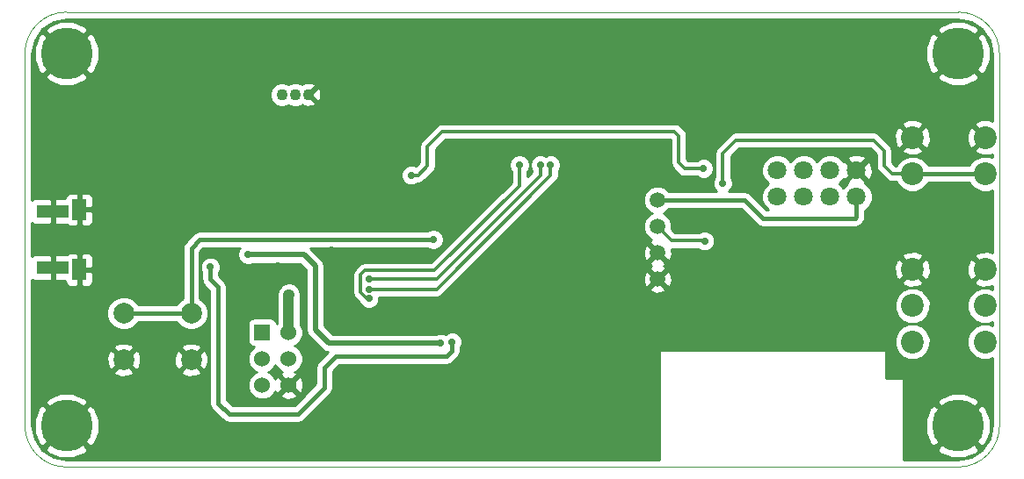
<source format=gbl>
G04 #@! TF.FileFunction,Copper,L2,Bot,Signal*
%FSLAX46Y46*%
G04 Gerber Fmt 4.6, Leading zero omitted, Abs format (unit mm)*
G04 Created by KiCad (PCBNEW (2015-01-16 BZR 5376)-product) date 22/05/2015 17:40:37*
%MOMM*%
G01*
G04 APERTURE LIST*
%ADD10C,0.150000*%
%ADD11C,0.100000*%
%ADD12C,1.800000*%
%ADD13R,1.460000X2.000000*%
%ADD14R,3.150000X1.300000*%
%ADD15R,1.524000X1.524000*%
%ADD16C,1.524000*%
%ADD17C,2.200000*%
%ADD18C,1.100000*%
%ADD19C,2.000000*%
%ADD20C,1.500000*%
%ADD21C,5.000000*%
%ADD22C,0.700000*%
%ADD23C,0.300000*%
%ADD24C,0.400000*%
%ADD25C,1.000000*%
%ADD26C,0.500000*%
%ADD27C,0.254000*%
G04 APERTURE END LIST*
D10*
D11*
X79767400Y39916100D02*
X-6110000Y39916100D01*
X83767900Y35915600D02*
G75*
G03X79767400Y39916100I-4000500J0D01*
G01*
X83767900Y0D02*
X83767900Y35915600D01*
X79767400Y-4000500D02*
G75*
G03X83767900Y0I0J4000500D01*
G01*
X-6110000Y-4000500D02*
X79767400Y-4000500D01*
X-10110500Y0D02*
G75*
G03X-6110000Y-4000500I4000500J0D01*
G01*
X-10110500Y35915600D02*
X-10110500Y0D01*
X-6110000Y39916100D02*
G75*
G03X-10110500Y35915600I0J-4000500D01*
G01*
D12*
X69991618Y24634018D03*
X69991618Y22094018D03*
X67451618Y24634018D03*
X67451618Y22094018D03*
X64911618Y24634018D03*
X64911618Y22094018D03*
X62371618Y24634018D03*
X62371618Y22094018D03*
D13*
X-4873962Y20855278D03*
X-4873962Y15055278D03*
D14*
X-7428962Y20680278D03*
X-7428962Y15230278D03*
D15*
X12758718Y8997818D03*
D16*
X15298718Y8997818D03*
X12758718Y6457818D03*
X15298718Y6457818D03*
X12758718Y3917818D03*
X15298718Y3917818D03*
D17*
X82374118Y8091118D03*
X82374118Y11591118D03*
X82374118Y15091118D03*
X75374118Y8091118D03*
X75374118Y11591118D03*
X75374118Y15091118D03*
X82383008Y24310228D03*
X82383008Y27810228D03*
X75383008Y24310228D03*
X75383008Y27810228D03*
D18*
X17228718Y31957818D03*
X15928718Y31957818D03*
X14628718Y31957818D03*
D19*
X5906726Y10848998D03*
X5906726Y6348998D03*
X-593274Y6348998D03*
X-593274Y10848998D03*
D20*
X50828718Y21767818D03*
X50828718Y19227818D03*
X50828718Y16687818D03*
X50828718Y14147818D03*
D21*
X-6110000Y35915600D03*
X-6110000Y0D03*
X79767400Y0D03*
X79767400Y35915600D03*
D22*
X55241838Y24819438D03*
X27096098Y24161578D03*
X15328718Y12657818D03*
X55362488Y17819198D03*
X7741298Y15319838D03*
X31043258Y8080838D03*
X29928718Y7957818D03*
X11360798Y16516178D03*
X37528718Y25157818D03*
X23028718Y12257818D03*
X23028718Y13157818D03*
X40528718Y25157818D03*
X23028718Y14157818D03*
X39528718Y25157818D03*
X29222078Y17956358D03*
X57108738Y23397038D03*
X18428718Y25257818D03*
X281318Y18004618D03*
X57928718Y29357818D03*
X58828718Y19657818D03*
X50378718Y26457818D03*
X39128718Y17657818D03*
X38828718Y20257818D03*
X18428718Y30557818D03*
X14328718Y23657818D03*
X35028718Y10457818D03*
X19428718Y16957818D03*
X33428718Y11957818D03*
X29128718Y2157818D03*
X24928718Y11757818D03*
X30428718Y26457818D03*
X29228718Y20357818D03*
X23728718Y26457818D03*
X22228718Y26457818D03*
X23228718Y20557818D03*
X20728718Y26457818D03*
X14228718Y15457818D03*
D23*
X50636818Y28393218D02*
X52450378Y28393218D01*
X53446058Y24819438D02*
X55241838Y24819438D01*
X52859318Y25406178D02*
X53446058Y24819438D01*
X52859318Y27984278D02*
X52859318Y25406178D01*
X52450378Y28393218D02*
X52859318Y27984278D01*
X27096098Y24161578D02*
X27771738Y24161578D01*
X30100918Y28393218D02*
X50636818Y28393218D01*
X50636818Y28393218D02*
X50649518Y28393218D01*
X28678518Y26970818D02*
X30100918Y28393218D01*
X28678518Y25068358D02*
X28678518Y26970818D01*
X27771738Y24161578D02*
X28678518Y25068358D01*
X27078318Y24143798D02*
X27060538Y24143798D01*
X27096098Y24161578D02*
X27078318Y24143798D01*
D24*
X69991618Y22094018D02*
X69991618Y20153458D01*
X59182458Y21767818D02*
X50828718Y21767818D01*
X60949218Y20001058D02*
X59182458Y21767818D01*
X69839218Y20001058D02*
X60949218Y20001058D01*
X69991618Y20153458D02*
X69839218Y20001058D01*
D25*
X15298718Y8997818D02*
X15298718Y12627818D01*
X15298718Y12627818D02*
X15328718Y12657818D01*
D23*
X52214478Y17842058D02*
X50828718Y19227818D01*
X55385348Y17842058D02*
X52214478Y17842058D01*
X55362488Y17819198D02*
X55385348Y17842058D01*
D24*
X7733678Y14133658D02*
X7741298Y15319838D01*
X8515998Y13351338D02*
X7733678Y14133658D01*
X8515998Y2162638D02*
X8515998Y13351338D01*
X9577718Y1100918D02*
X8515998Y2162638D01*
X16169018Y1100918D02*
X9577718Y1100918D01*
X18759818Y3691718D02*
X16169018Y1100918D01*
X18759818Y5596718D02*
X18759818Y3691718D01*
X19864718Y6701618D02*
X18759818Y5596718D01*
X30494618Y6701618D02*
X19864718Y6701618D01*
X31028018Y7235018D02*
X30494618Y6701618D01*
X31028018Y8065598D02*
X31028018Y7235018D01*
X31043258Y8080838D02*
X31028018Y8065598D01*
D26*
X29928718Y7957818D02*
X19172398Y7957818D01*
X19172398Y7957818D02*
X17850498Y9279718D01*
X17850498Y9279718D02*
X17850498Y15413818D01*
X17850498Y15413818D02*
X16748138Y16516178D01*
X16748138Y16516178D02*
X11360798Y16516178D01*
D23*
X37528718Y23157818D02*
X37528718Y25157818D01*
X22828718Y12257818D02*
X22228718Y12857818D01*
X22228718Y12857818D02*
X22228718Y14557818D01*
X22228718Y14557818D02*
X22628718Y14957818D01*
X22628718Y14957818D02*
X29328718Y14957818D01*
X29328718Y14957818D02*
X37528718Y23157818D01*
X23028718Y12257818D02*
X22828718Y12257818D01*
X40528718Y25157818D02*
X40528718Y24157818D01*
X29528718Y13157818D02*
X40528718Y24157818D01*
X23028718Y13157818D02*
X29528718Y13157818D01*
X39528718Y25157818D02*
X39528718Y24157818D01*
X29528718Y14157818D02*
X39528718Y24157818D01*
X23028718Y14157818D02*
X29528718Y14157818D01*
D24*
X-593274Y10848998D02*
X5906726Y10848998D01*
X6735458Y17956358D02*
X5906726Y17127626D01*
X5906726Y17127626D02*
X5906726Y10848998D01*
X29222078Y17956358D02*
X6735458Y17956358D01*
D23*
X57108738Y23397038D02*
X57108738Y26292638D01*
X73452308Y24310228D02*
X75383008Y24310228D01*
X72645918Y25116618D02*
X73452308Y24310228D01*
X72645918Y26539018D02*
X72645918Y25116618D01*
X71629918Y27555018D02*
X72645918Y26539018D01*
X58371118Y27555018D02*
X71629918Y27555018D01*
X57108738Y26292638D02*
X58371118Y27555018D01*
X57108738Y23397038D02*
X57202718Y23397038D01*
D24*
X82383008Y24310228D02*
X75383008Y24310228D01*
D26*
X286398Y18009698D02*
X286398Y18014778D01*
X281318Y18004618D02*
X286398Y18009698D01*
D27*
G36*
X83082900Y67468D02*
X82902694Y-838488D01*
X82902694Y-622108D01*
X82902105Y625072D01*
X82425964Y1774579D01*
X82003280Y2056275D01*
X81823675Y1876670D01*
X81823675Y2235880D01*
X81541979Y2658564D01*
X80389508Y3135294D01*
X79142328Y3134705D01*
X77992821Y2658564D01*
X77711125Y2235880D01*
X79767400Y179605D01*
X81823675Y2235880D01*
X81823675Y1876670D01*
X79947005Y0D01*
X82003280Y-2056275D01*
X82425964Y-1774579D01*
X82902694Y-622108D01*
X82902694Y-838488D01*
X82818124Y-1263650D01*
X82102323Y-2334923D01*
X81823675Y-2521109D01*
X81823675Y-2235880D01*
X79767400Y-179605D01*
X79587795Y-359210D01*
X79587795Y0D01*
X77531520Y2056275D01*
X77119441Y1781647D01*
X77119441Y14802711D01*
X77096954Y15492571D01*
X76876217Y16025477D01*
X76598986Y16136381D01*
X76419381Y15956776D01*
X76419381Y16315986D01*
X76308477Y16593217D01*
X75662525Y16836441D01*
X74972665Y16813954D01*
X74439759Y16593217D01*
X74328855Y16315986D01*
X75374118Y15270723D01*
X76419381Y16315986D01*
X76419381Y15956776D01*
X75553723Y15091118D01*
X76598986Y14045855D01*
X76876217Y14156759D01*
X77119441Y14802711D01*
X77119441Y1781647D01*
X77109419Y1774968D01*
X77109419Y8434717D01*
X77109419Y11934717D01*
X76845837Y12572633D01*
X76419381Y12999835D01*
X76419381Y13866250D01*
X75374118Y14911513D01*
X75194513Y14731908D01*
X75194513Y15091118D01*
X74149250Y16136381D01*
X73872019Y16025477D01*
X73628795Y15379525D01*
X73651282Y14689665D01*
X73872019Y14156759D01*
X74149250Y14045855D01*
X75194513Y15091118D01*
X75194513Y14731908D01*
X74328855Y13866250D01*
X74439759Y13589019D01*
X75085711Y13345795D01*
X75775571Y13368282D01*
X76308477Y13589019D01*
X76419381Y13866250D01*
X76419381Y12999835D01*
X76358200Y13061122D01*
X75720745Y13325817D01*
X75030519Y13326419D01*
X74392603Y13062837D01*
X73904114Y12575200D01*
X73639419Y11937745D01*
X73638817Y11247519D01*
X73902399Y10609603D01*
X74390036Y10121114D01*
X75027491Y9856419D01*
X75717717Y9855817D01*
X76355633Y10119399D01*
X76844122Y10607036D01*
X77108817Y11244491D01*
X77109419Y11934717D01*
X77109419Y8434717D01*
X76845837Y9072633D01*
X76358200Y9561122D01*
X75720745Y9825817D01*
X75030519Y9826419D01*
X74392603Y9562837D01*
X73904114Y9075200D01*
X73639419Y8437745D01*
X73638817Y7747519D01*
X73902399Y7109603D01*
X74390036Y6621114D01*
X75027491Y6356419D01*
X75717717Y6355817D01*
X76355633Y6619399D01*
X76844122Y7107036D01*
X77108817Y7744491D01*
X77109419Y8434717D01*
X77109419Y1774968D01*
X77108836Y1774579D01*
X76632106Y622108D01*
X76632695Y-625072D01*
X77108836Y-1774579D01*
X77531520Y-2056275D01*
X79587795Y0D01*
X79587795Y-359210D01*
X77711125Y-2235880D01*
X77992821Y-2658564D01*
X79145292Y-3135294D01*
X80392472Y-3134705D01*
X81541979Y-2658564D01*
X81823675Y-2235880D01*
X81823675Y-2521109D01*
X81031051Y-3050723D01*
X79699932Y-3315500D01*
X74550918Y-3315500D01*
X74550918Y4468163D01*
X74535678Y4467955D01*
X74535678Y4570558D01*
X72793473Y4570558D01*
X72798318Y7196801D01*
X72798318Y7327750D01*
X71538076Y7327528D01*
X71538076Y24393354D01*
X71512457Y25003478D01*
X71328261Y25448166D01*
X71071777Y25534572D01*
X70892172Y25354967D01*
X70892172Y25714177D01*
X70805766Y25970661D01*
X70232282Y26180476D01*
X69622158Y26154857D01*
X69177470Y25970661D01*
X69091064Y25714177D01*
X69991618Y24813623D01*
X70892172Y25714177D01*
X70892172Y25354967D01*
X70171223Y24634018D01*
X71071777Y23733464D01*
X71328261Y23819870D01*
X71538076Y24393354D01*
X71538076Y7327528D01*
X52225919Y7324117D01*
X52225919Y13942989D01*
X52197948Y14493266D01*
X52041178Y14871741D01*
X51800235Y14939730D01*
X51620630Y14760125D01*
X51620630Y15119335D01*
X51552641Y15360278D01*
X51403207Y15413461D01*
X51552641Y15475358D01*
X51620630Y15716301D01*
X50828718Y16508213D01*
X50649113Y16328608D01*
X50649113Y16687818D01*
X49857201Y17479730D01*
X49616258Y17411741D01*
X49431517Y16892647D01*
X49459488Y16342370D01*
X49616258Y15963895D01*
X49857201Y15895906D01*
X50649113Y16687818D01*
X50649113Y16328608D01*
X50036806Y15716301D01*
X50104795Y15475358D01*
X50254228Y15422176D01*
X50104795Y15360278D01*
X50036806Y15119335D01*
X50828718Y14327423D01*
X51620630Y15119335D01*
X51620630Y14760125D01*
X51008323Y14147818D01*
X51800235Y13355906D01*
X52041178Y13423895D01*
X52225919Y13942989D01*
X52225919Y7324117D01*
X51620630Y7324010D01*
X51620630Y13176301D01*
X50828718Y13968213D01*
X50649113Y13788608D01*
X50649113Y14147818D01*
X49857201Y14939730D01*
X49616258Y14871741D01*
X49431517Y14352647D01*
X49459488Y13802370D01*
X49616258Y13423895D01*
X49857201Y13355906D01*
X50649113Y14147818D01*
X50649113Y13788608D01*
X50036806Y13176301D01*
X50104795Y12935358D01*
X50623889Y12750617D01*
X51174166Y12778588D01*
X51552641Y12935358D01*
X51620630Y13176301D01*
X51620630Y7324010D01*
X50979804Y7323896D01*
X50972579Y-3315500D01*
X41513888Y-3315500D01*
X41513888Y25352887D01*
X41364247Y25715047D01*
X41087404Y25992373D01*
X40725506Y26142646D01*
X40333649Y26142988D01*
X40028413Y26016868D01*
X39725506Y26142646D01*
X39333649Y26142988D01*
X38971489Y25993347D01*
X38694163Y25716504D01*
X38543890Y25354606D01*
X38543548Y24962749D01*
X38693189Y24600589D01*
X38743718Y24549972D01*
X38743718Y24482976D01*
X38313718Y24052976D01*
X38313718Y24549664D01*
X38363273Y24599132D01*
X38513546Y24961030D01*
X38513888Y25352887D01*
X38364247Y25715047D01*
X38087404Y25992373D01*
X37725506Y26142646D01*
X37333649Y26142988D01*
X36971489Y25993347D01*
X36694163Y25716504D01*
X36543890Y25354606D01*
X36543548Y24962749D01*
X36693189Y24600589D01*
X36743718Y24549972D01*
X36743718Y23482976D01*
X29003560Y15742818D01*
X22628718Y15742818D01*
X22328312Y15683063D01*
X22073639Y15512897D01*
X21673639Y15112897D01*
X21503473Y14858225D01*
X21443718Y14557818D01*
X21443718Y12857818D01*
X21503473Y12557411D01*
X21673639Y12302739D01*
X22135027Y11841351D01*
X22193189Y11700589D01*
X22470032Y11423263D01*
X22831930Y11272990D01*
X23223787Y11272648D01*
X23585947Y11422289D01*
X23863273Y11699132D01*
X24013546Y12061030D01*
X24013818Y12372818D01*
X29528718Y12372818D01*
X29829124Y12432573D01*
X29829125Y12432573D01*
X30083797Y12602739D01*
X41083797Y23602739D01*
X41253963Y23857411D01*
X41253963Y23857412D01*
X41313718Y24157818D01*
X41313718Y24549664D01*
X41363273Y24599132D01*
X41513546Y24961030D01*
X41513888Y25352887D01*
X41513888Y-3315500D01*
X32028428Y-3315500D01*
X32028428Y8275907D01*
X31878787Y8638067D01*
X31601944Y8915393D01*
X31240046Y9065666D01*
X30848189Y9066008D01*
X30486029Y8916367D01*
X30398711Y8829202D01*
X30125506Y8942646D01*
X29733649Y8942988D01*
X29491218Y8842818D01*
X19538977Y8842818D01*
X18735498Y9646298D01*
X18735498Y15413818D01*
X18668131Y15752493D01*
X18476288Y16039608D01*
X18476284Y16039611D01*
X17394537Y17121358D01*
X28664463Y17121358D01*
X29025290Y16971530D01*
X29417147Y16971188D01*
X29779307Y17120829D01*
X30056633Y17397672D01*
X30206906Y17759570D01*
X30207248Y18151427D01*
X30057607Y18513587D01*
X29780764Y18790913D01*
X29418866Y18941186D01*
X29027009Y18941528D01*
X28664849Y18791887D01*
X28664319Y18791358D01*
X18426690Y18791358D01*
X18426690Y31800819D01*
X18395581Y32271214D01*
X18275419Y32561310D01*
X18055151Y32604646D01*
X17408323Y31957818D01*
X18055151Y31310990D01*
X18275419Y31354326D01*
X18426690Y31800819D01*
X18426690Y18791358D01*
X17875546Y18791358D01*
X17875546Y31131385D01*
X17228718Y31778213D01*
X17214575Y31764071D01*
X17113637Y31865009D01*
X17113800Y32050791D01*
X17214575Y32151566D01*
X17228718Y32137423D01*
X17875546Y32784251D01*
X17832210Y33004519D01*
X17385717Y33155790D01*
X16915322Y33124681D01*
X16625226Y33004519D01*
X16614195Y32948452D01*
X16600843Y32961827D01*
X16165463Y33142612D01*
X15694041Y33143024D01*
X15278233Y32971216D01*
X14865463Y33142612D01*
X14394041Y33143024D01*
X13958346Y32962998D01*
X13624709Y32629943D01*
X13443924Y32194563D01*
X13443512Y31723141D01*
X13623538Y31287446D01*
X13956593Y30953809D01*
X14391973Y30773024D01*
X14863395Y30772612D01*
X15279202Y30944421D01*
X15691973Y30773024D01*
X16163395Y30772612D01*
X16599090Y30952638D01*
X16614107Y30967630D01*
X16625226Y30911117D01*
X17071719Y30759846D01*
X17542114Y30790955D01*
X17832210Y30911117D01*
X17875546Y31131385D01*
X17875546Y18791358D01*
X6735458Y18791358D01*
X6415917Y18727797D01*
X6145024Y18546792D01*
X5316292Y17718060D01*
X5135287Y17447167D01*
X5071726Y17127626D01*
X5071726Y12273056D01*
X4981783Y12235892D01*
X4521448Y11776361D01*
X4483095Y11683998D01*
X830783Y11683998D01*
X793620Y11773941D01*
X334089Y12234276D01*
X-266626Y12483714D01*
X-917069Y12484282D01*
X-1518217Y12235892D01*
X-1978552Y11776361D01*
X-2227990Y11175646D01*
X-2228558Y10525203D01*
X-1980168Y9924055D01*
X-1520637Y9463720D01*
X-919922Y9214282D01*
X-269479Y9213714D01*
X331669Y9462104D01*
X792004Y9921635D01*
X830356Y10013998D01*
X4482668Y10013998D01*
X4519832Y9924055D01*
X4979363Y9463720D01*
X5580078Y9214282D01*
X6230521Y9213714D01*
X6831669Y9462104D01*
X7292004Y9921635D01*
X7541442Y10522350D01*
X7542010Y11172793D01*
X7293620Y11773941D01*
X6834089Y12234276D01*
X6741726Y12272629D01*
X6741726Y16781758D01*
X7081326Y17121358D01*
X10572818Y17121358D01*
X10526243Y17074864D01*
X10375970Y16712966D01*
X10375628Y16321109D01*
X10525269Y15958949D01*
X10802112Y15681623D01*
X11164010Y15531350D01*
X11555867Y15531008D01*
X11798297Y15631178D01*
X16381558Y15631178D01*
X16965498Y15047239D01*
X16965498Y9279724D01*
X16965497Y9279718D01*
X17021687Y8997234D01*
X17032865Y8941043D01*
X17224708Y8653928D01*
X18546605Y7332032D01*
X18546608Y7332028D01*
X18546609Y7332028D01*
X18833723Y7140185D01*
X18833724Y7140185D01*
X18889913Y7129008D01*
X19074518Y7092287D01*
X18169384Y6187152D01*
X17988379Y5916259D01*
X17924818Y5596718D01*
X17924818Y4037587D01*
X16707862Y2820631D01*
X16707862Y3710120D01*
X16695960Y3947915D01*
X16695960Y6734479D01*
X16483728Y7248121D01*
X16091088Y7641447D01*
X15883205Y7727768D01*
X16089021Y7812808D01*
X16482347Y8205448D01*
X16695475Y8718718D01*
X16695960Y9274479D01*
X16483728Y9788121D01*
X16433718Y9838219D01*
X16433718Y12507002D01*
X16463717Y12657818D01*
X16377321Y13092163D01*
X16131284Y13460384D01*
X15763063Y13706421D01*
X15328718Y13792817D01*
X14894372Y13706421D01*
X14526152Y13460384D01*
X14496152Y13430384D01*
X14250115Y13062164D01*
X14163718Y12627818D01*
X14163718Y9838733D01*
X14154610Y9829641D01*
X14121181Y10001941D01*
X13981391Y10214745D01*
X13770358Y10357195D01*
X13520718Y10407258D01*
X11996718Y10407258D01*
X11754595Y10360281D01*
X11541791Y10220491D01*
X11399341Y10009458D01*
X11349278Y9759818D01*
X11349278Y8235818D01*
X11396255Y7993695D01*
X11536045Y7780891D01*
X11747078Y7638441D01*
X11927729Y7602214D01*
X11575089Y7250188D01*
X11361961Y6736918D01*
X11361476Y6181157D01*
X11573708Y5667515D01*
X11966348Y5274189D01*
X12174230Y5187869D01*
X11968415Y5102828D01*
X11575089Y4710188D01*
X11361961Y4196918D01*
X11361476Y3641157D01*
X11573708Y3127515D01*
X11966348Y2734189D01*
X12479618Y2521061D01*
X13035379Y2520576D01*
X13549021Y2732808D01*
X13942347Y3125448D01*
X14022112Y3317546D01*
X14076321Y3186675D01*
X14318505Y3117210D01*
X15119113Y3917818D01*
X14318505Y4718426D01*
X14076321Y4648961D01*
X14026209Y4508501D01*
X13943728Y4708121D01*
X13551088Y5101447D01*
X13343205Y5187768D01*
X13549021Y5272808D01*
X13942347Y5665448D01*
X14028667Y5873331D01*
X14113708Y5667515D01*
X14506348Y5274189D01*
X14698445Y5194424D01*
X14567575Y5140215D01*
X14498110Y4898031D01*
X15298718Y4097423D01*
X16099326Y4898031D01*
X16029861Y5140215D01*
X15889400Y5190327D01*
X16089021Y5272808D01*
X16482347Y5665448D01*
X16695475Y6178718D01*
X16695960Y6734479D01*
X16695960Y3947915D01*
X16680080Y4265186D01*
X16521115Y4648961D01*
X16278931Y4718426D01*
X15478323Y3917818D01*
X16278931Y3117210D01*
X16521115Y3186675D01*
X16707862Y3710120D01*
X16707862Y2820631D01*
X16099326Y2212095D01*
X16099326Y2937605D01*
X15298718Y3738213D01*
X14498110Y2937605D01*
X14567575Y2695421D01*
X15091020Y2508674D01*
X15646086Y2536456D01*
X16029861Y2695421D01*
X16099326Y2937605D01*
X16099326Y2212095D01*
X15823149Y1935918D01*
X9923586Y1935918D01*
X9350998Y2508506D01*
X9350998Y13351338D01*
X9287438Y13670878D01*
X9287437Y13670879D01*
X9106432Y13941772D01*
X8570903Y14477301D01*
X8572706Y14758011D01*
X8575853Y14761152D01*
X8726126Y15123050D01*
X8726468Y15514907D01*
X8576827Y15877067D01*
X8299984Y16154393D01*
X7938086Y16304666D01*
X7546229Y16305008D01*
X7184069Y16155367D01*
X6906743Y15878524D01*
X6756470Y15516626D01*
X6756128Y15124769D01*
X6902747Y14769921D01*
X6898695Y14139022D01*
X6899211Y14136338D01*
X6898678Y14133658D01*
X6929935Y13976518D01*
X6960202Y13819079D01*
X6961706Y13816797D01*
X6962239Y13814118D01*
X7051229Y13680934D01*
X7139463Y13547029D01*
X7141726Y13545496D01*
X7143244Y13543224D01*
X7680998Y13005470D01*
X7680998Y2162638D01*
X7744559Y1843097D01*
X7925564Y1572204D01*
X8987284Y510484D01*
X9258177Y329479D01*
X9258178Y329479D01*
X9577718Y265918D01*
X16169018Y265918D01*
X16488558Y329479D01*
X16488559Y329479D01*
X16759452Y510484D01*
X19350252Y3101283D01*
X19350252Y3101284D01*
X19440754Y3236731D01*
X19531257Y3372177D01*
X19531257Y3372178D01*
X19594817Y3691718D01*
X19594818Y3691718D01*
X19594818Y5250850D01*
X20210586Y5866618D01*
X30494618Y5866618D01*
X30814158Y5930179D01*
X30814159Y5930179D01*
X31085052Y6111184D01*
X31618452Y6644584D01*
X31618453Y6644584D01*
X31799457Y6915477D01*
X31799458Y6915478D01*
X31863018Y7235018D01*
X31863018Y7507383D01*
X31877813Y7522152D01*
X32028086Y7884050D01*
X32028428Y8275907D01*
X32028428Y-3315500D01*
X7552634Y-3315500D01*
X7552634Y6084459D01*
X7528582Y6734458D01*
X7326113Y7223262D01*
X7059258Y7321925D01*
X6879653Y7142320D01*
X6879653Y7501530D01*
X6780990Y7768385D01*
X6171265Y7994906D01*
X5521266Y7970854D01*
X5032462Y7768385D01*
X4933799Y7501530D01*
X5906726Y6528603D01*
X6879653Y7501530D01*
X6879653Y7142320D01*
X6086331Y6348998D01*
X7059258Y5376071D01*
X7326113Y5474734D01*
X7552634Y6084459D01*
X7552634Y-3315500D01*
X6879653Y-3315500D01*
X6879653Y5196466D01*
X5906726Y6169393D01*
X5727121Y5989788D01*
X5727121Y6348998D01*
X4754194Y7321925D01*
X4487339Y7223262D01*
X4260818Y6613537D01*
X4284870Y5963538D01*
X4487339Y5474734D01*
X4754194Y5376071D01*
X5727121Y6348998D01*
X5727121Y5989788D01*
X4933799Y5196466D01*
X5032462Y4929611D01*
X5642187Y4703090D01*
X6292186Y4727142D01*
X6780990Y4929611D01*
X6879653Y5196466D01*
X6879653Y-3315500D01*
X1052634Y-3315500D01*
X1052634Y6084459D01*
X1028582Y6734458D01*
X826113Y7223262D01*
X559258Y7321925D01*
X379653Y7142320D01*
X379653Y7501530D01*
X280990Y7768385D01*
X-328735Y7994906D01*
X-978734Y7970854D01*
X-1467538Y7768385D01*
X-1566201Y7501530D01*
X-593274Y6528603D01*
X379653Y7501530D01*
X379653Y7142320D01*
X-413669Y6348998D01*
X559258Y5376071D01*
X826113Y5474734D01*
X1052634Y6084459D01*
X1052634Y-3315500D01*
X379653Y-3315500D01*
X379653Y5196466D01*
X-593274Y6169393D01*
X-772879Y5989788D01*
X-772879Y6348998D01*
X-1745806Y7321925D01*
X-2012661Y7223262D01*
X-2239182Y6613537D01*
X-2215130Y5963538D01*
X-2012661Y5474734D01*
X-1745806Y5376071D01*
X-772879Y6348998D01*
X-772879Y5989788D01*
X-1566201Y5196466D01*
X-1467538Y4929611D01*
X-857813Y4703090D01*
X-207814Y4727142D01*
X280990Y4929611D01*
X379653Y5196466D01*
X379653Y-3315500D01*
X-2974706Y-3315500D01*
X-2974706Y-622108D01*
X-2974706Y35293492D01*
X-2975295Y36540672D01*
X-3451436Y37690179D01*
X-3874120Y37971875D01*
X-4053725Y37792270D01*
X-4053725Y38151480D01*
X-4335421Y38574164D01*
X-5487892Y39050894D01*
X-6735072Y39050305D01*
X-7884579Y38574164D01*
X-8166275Y38151480D01*
X-6110000Y36095205D01*
X-4053725Y38151480D01*
X-4053725Y37792270D01*
X-5930395Y35915600D01*
X-3874120Y33859325D01*
X-3451436Y34141021D01*
X-2974706Y35293492D01*
X-2974706Y-622108D01*
X-2975295Y625072D01*
X-3451436Y1774579D01*
X-3508962Y1812917D01*
X-3508962Y13928969D01*
X-3508962Y14769528D01*
X-3508962Y15341028D01*
X-3508962Y16181587D01*
X-3508962Y19728969D01*
X-3508962Y20569528D01*
X-3508962Y21141028D01*
X-3508962Y21981587D01*
X-3605635Y22214976D01*
X-3784263Y22393605D01*
X-4017652Y22490278D01*
X-4053725Y22490278D01*
X-4053725Y33679720D01*
X-6110000Y35735995D01*
X-6289605Y35556390D01*
X-6289605Y35915600D01*
X-8345880Y37971875D01*
X-8768564Y37690179D01*
X-9245294Y36537708D01*
X-9244705Y35290528D01*
X-8768564Y34141021D01*
X-8345880Y33859325D01*
X-6289605Y35915600D01*
X-6289605Y35556390D01*
X-8166275Y33679720D01*
X-7884579Y33257036D01*
X-6732108Y32780306D01*
X-5484928Y32780895D01*
X-4335421Y33257036D01*
X-4053725Y33679720D01*
X-4053725Y22490278D01*
X-4270271Y22490278D01*
X-4588212Y22490278D01*
X-4746962Y22331528D01*
X-4746962Y20982278D01*
X-3667712Y20982278D01*
X-3508962Y21141028D01*
X-3508962Y20569528D01*
X-3667712Y20728278D01*
X-4746962Y20728278D01*
X-4746962Y19379028D01*
X-4588212Y19220278D01*
X-4270271Y19220278D01*
X-4017652Y19220278D01*
X-3784263Y19316951D01*
X-3605635Y19495580D01*
X-3508962Y19728969D01*
X-3508962Y16181587D01*
X-3605635Y16414976D01*
X-3784263Y16593605D01*
X-4017652Y16690278D01*
X-4270271Y16690278D01*
X-4588212Y16690278D01*
X-4746962Y16531528D01*
X-4746962Y15182278D01*
X-3667712Y15182278D01*
X-3508962Y15341028D01*
X-3508962Y14769528D01*
X-3667712Y14928278D01*
X-4746962Y14928278D01*
X-4746962Y13579028D01*
X-4588212Y13420278D01*
X-4270271Y13420278D01*
X-4017652Y13420278D01*
X-3784263Y13516951D01*
X-3605635Y13695580D01*
X-3508962Y13928969D01*
X-3508962Y1812917D01*
X-3874120Y2056275D01*
X-4053725Y1876670D01*
X-4053725Y2235880D01*
X-4335421Y2658564D01*
X-5000962Y2933872D01*
X-5000962Y13579028D01*
X-5000962Y14928278D01*
X-5020962Y14928278D01*
X-5020962Y15182278D01*
X-5000962Y15182278D01*
X-5000962Y16531528D01*
X-5000962Y19379028D01*
X-5000962Y20728278D01*
X-5020962Y20728278D01*
X-5020962Y20982278D01*
X-5000962Y20982278D01*
X-5000962Y22331528D01*
X-5159712Y22490278D01*
X-5477653Y22490278D01*
X-5730272Y22490278D01*
X-5963661Y22393605D01*
X-6142289Y22214976D01*
X-6238962Y21981587D01*
X-6238962Y21965278D01*
X-7143212Y21965278D01*
X-7301962Y21806528D01*
X-7301962Y20807278D01*
X-7281962Y20807278D01*
X-7281962Y20553278D01*
X-7301962Y20553278D01*
X-7301962Y19554028D01*
X-7143212Y19395278D01*
X-6041988Y19395278D01*
X-5963661Y19316951D01*
X-5730272Y19220278D01*
X-5477653Y19220278D01*
X-5159712Y19220278D01*
X-5000962Y19379028D01*
X-5000962Y16531528D01*
X-5159712Y16690278D01*
X-5477653Y16690278D01*
X-5730272Y16690278D01*
X-5963661Y16593605D01*
X-6041988Y16515278D01*
X-7143212Y16515278D01*
X-7301962Y16356528D01*
X-7301962Y15357278D01*
X-7281962Y15357278D01*
X-7281962Y15103278D01*
X-7301962Y15103278D01*
X-7301962Y14104028D01*
X-7143212Y13945278D01*
X-6238962Y13945278D01*
X-6238962Y13928969D01*
X-6142289Y13695580D01*
X-5963661Y13516951D01*
X-5730272Y13420278D01*
X-5477653Y13420278D01*
X-5159712Y13420278D01*
X-5000962Y13579028D01*
X-5000962Y2933872D01*
X-5487892Y3135294D01*
X-6735072Y3134705D01*
X-7884579Y2658564D01*
X-8166275Y2235880D01*
X-6110000Y179605D01*
X-4053725Y2235880D01*
X-4053725Y1876670D01*
X-5930395Y0D01*
X-3874120Y-2056275D01*
X-3451436Y-1774579D01*
X-2974706Y-622108D01*
X-2974706Y-3315500D01*
X-4053725Y-3315500D01*
X-4053725Y-2235880D01*
X-6110000Y-179605D01*
X-6289605Y-359210D01*
X-6289605Y0D01*
X-8345880Y2056275D01*
X-8768564Y1774579D01*
X-9245294Y622108D01*
X-9244705Y-625072D01*
X-8768564Y-1774579D01*
X-8345880Y-2056275D01*
X-6289605Y0D01*
X-6289605Y-359210D01*
X-8166275Y-2235880D01*
X-7884579Y-2658564D01*
X-6732108Y-3135294D01*
X-5484928Y-3134705D01*
X-4335421Y-2658564D01*
X-4053725Y-2235880D01*
X-4053725Y-3315500D01*
X-6042533Y-3315500D01*
X-7373651Y-3050724D01*
X-8444924Y-2334923D01*
X-9160724Y-1263651D01*
X-9425500Y67468D01*
X-9425500Y14103791D01*
X-9363661Y14041951D01*
X-9130272Y13945278D01*
X-8877653Y13945278D01*
X-7714712Y13945278D01*
X-7555962Y14104028D01*
X-7555962Y15103278D01*
X-7575962Y15103278D01*
X-7575962Y15357278D01*
X-7555962Y15357278D01*
X-7555962Y16356528D01*
X-7714712Y16515278D01*
X-8877653Y16515278D01*
X-9130272Y16515278D01*
X-9363661Y16418605D01*
X-9425500Y16356766D01*
X-9425500Y19553791D01*
X-9363661Y19491951D01*
X-9130272Y19395278D01*
X-8877653Y19395278D01*
X-7714712Y19395278D01*
X-7555962Y19554028D01*
X-7555962Y20553278D01*
X-7575962Y20553278D01*
X-7575962Y20807278D01*
X-7555962Y20807278D01*
X-7555962Y21806528D01*
X-7714712Y21965278D01*
X-8877653Y21965278D01*
X-9130272Y21965278D01*
X-9363661Y21868605D01*
X-9425500Y21806766D01*
X-9425500Y35848133D01*
X-9160724Y37179252D01*
X-8444924Y38250524D01*
X-7373651Y38966325D01*
X-6042533Y39231100D01*
X79699932Y39231100D01*
X81031051Y38966324D01*
X82102323Y38250524D01*
X82818124Y37179251D01*
X83082900Y35848133D01*
X83082900Y29400613D01*
X82902694Y29468467D01*
X82902694Y35293492D01*
X82902105Y36540672D01*
X82425964Y37690179D01*
X82003280Y37971875D01*
X81823675Y37792270D01*
X81823675Y38151480D01*
X81541979Y38574164D01*
X80389508Y39050894D01*
X79142328Y39050305D01*
X77992821Y38574164D01*
X77711125Y38151480D01*
X79767400Y36095205D01*
X81823675Y38151480D01*
X81823675Y37792270D01*
X79947005Y35915600D01*
X82003280Y33859325D01*
X82425964Y34141021D01*
X82902694Y35293492D01*
X82902694Y29468467D01*
X82671415Y29555551D01*
X81981555Y29533064D01*
X81823675Y29467668D01*
X81823675Y33679720D01*
X79767400Y35735995D01*
X79587795Y35556390D01*
X79587795Y35915600D01*
X77531520Y37971875D01*
X77108836Y37690179D01*
X76632106Y36537708D01*
X76632695Y35290528D01*
X77108836Y34141021D01*
X77531520Y33859325D01*
X79587795Y35915600D01*
X79587795Y35556390D01*
X77711125Y33679720D01*
X77992821Y33257036D01*
X79145292Y32780306D01*
X80392472Y32780895D01*
X81541979Y33257036D01*
X81823675Y33679720D01*
X81823675Y29467668D01*
X81448649Y29312327D01*
X81337745Y29035096D01*
X82383008Y27989833D01*
X82397150Y28003976D01*
X82576755Y27824371D01*
X82562613Y27810228D01*
X82576755Y27796086D01*
X82397150Y27616481D01*
X82383008Y27630623D01*
X82203403Y27451018D01*
X82203403Y27810228D01*
X81158140Y28855491D01*
X80880909Y28744587D01*
X80637685Y28098635D01*
X80660172Y27408775D01*
X80880909Y26875869D01*
X81158140Y26764965D01*
X82203403Y27810228D01*
X82203403Y27451018D01*
X81337745Y26585360D01*
X81448649Y26308129D01*
X82094601Y26064905D01*
X82784461Y26087392D01*
X83082900Y26211010D01*
X83082900Y25898239D01*
X82729635Y26044927D01*
X82039409Y26045529D01*
X81401493Y25781947D01*
X80913004Y25294310D01*
X80851099Y25145228D01*
X77128331Y25145228D01*
X77128331Y27521821D01*
X77105844Y28211681D01*
X76885107Y28744587D01*
X76607876Y28855491D01*
X76428271Y28675886D01*
X76428271Y29035096D01*
X76317367Y29312327D01*
X75671415Y29555551D01*
X74981555Y29533064D01*
X74448649Y29312327D01*
X74337745Y29035096D01*
X75383008Y27989833D01*
X76428271Y29035096D01*
X76428271Y28675886D01*
X75562613Y27810228D01*
X76607876Y26764965D01*
X76885107Y26875869D01*
X77128331Y27521821D01*
X77128331Y25145228D01*
X76915265Y25145228D01*
X76854727Y25291743D01*
X76428271Y25718945D01*
X76428271Y26585360D01*
X75383008Y27630623D01*
X75203403Y27451018D01*
X75203403Y27810228D01*
X74158140Y28855491D01*
X73880909Y28744587D01*
X73637685Y28098635D01*
X73660172Y27408775D01*
X73880909Y26875869D01*
X74158140Y26764965D01*
X75203403Y27810228D01*
X75203403Y27451018D01*
X74337745Y26585360D01*
X74448649Y26308129D01*
X75094601Y26064905D01*
X75784461Y26087392D01*
X76317367Y26308129D01*
X76428271Y26585360D01*
X76428271Y25718945D01*
X76367090Y25780232D01*
X75729635Y26044927D01*
X75039409Y26045529D01*
X74401493Y25781947D01*
X73913004Y25294310D01*
X73830337Y25095228D01*
X73777466Y25095228D01*
X73430918Y25441776D01*
X73430918Y26539018D01*
X73371163Y26839424D01*
X73371163Y26839425D01*
X73200997Y27094097D01*
X72184997Y28110097D01*
X71930325Y28280263D01*
X71629918Y28340018D01*
X58371118Y28340018D01*
X58070712Y28280263D01*
X57816039Y28110097D01*
X56553659Y26847717D01*
X56383493Y26593045D01*
X56323738Y26292638D01*
X56323738Y24005193D01*
X56274183Y23955724D01*
X56227008Y23842114D01*
X56227008Y25014507D01*
X56077367Y25376667D01*
X55800524Y25653993D01*
X55438626Y25804266D01*
X55046769Y25804608D01*
X54684609Y25654967D01*
X54633991Y25604438D01*
X53771216Y25604438D01*
X53644318Y25731336D01*
X53644318Y27984278D01*
X53584563Y28284684D01*
X53584562Y28284685D01*
X53414397Y28539357D01*
X53414393Y28539360D01*
X53005457Y28948297D01*
X52750785Y29118463D01*
X52450378Y29178218D01*
X50649518Y29178218D01*
X50636818Y29178218D01*
X30100918Y29178218D01*
X29800511Y29118463D01*
X29545839Y28948297D01*
X28123439Y27525897D01*
X27953273Y27271225D01*
X27893518Y26970818D01*
X27893518Y25393516D01*
X27542683Y25042682D01*
X27292886Y25146406D01*
X26901029Y25146748D01*
X26538869Y24997107D01*
X26261543Y24720264D01*
X26111270Y24358366D01*
X26110928Y23966509D01*
X26260569Y23604349D01*
X26537412Y23327023D01*
X26899310Y23176750D01*
X27291167Y23176408D01*
X27653327Y23326049D01*
X27703944Y23376578D01*
X27771738Y23376578D01*
X28072144Y23436333D01*
X28072145Y23436333D01*
X28326817Y23606499D01*
X29233597Y24513279D01*
X29403763Y24767952D01*
X29463518Y25068358D01*
X29463519Y25068358D01*
X29463518Y25068364D01*
X29463518Y26645660D01*
X30426075Y27608218D01*
X50636818Y27608218D01*
X50649518Y27608218D01*
X52074318Y27608218D01*
X52074318Y25406178D01*
X52134073Y25105771D01*
X52304239Y24851099D01*
X52890979Y24264359D01*
X53145652Y24094193D01*
X53446058Y24034438D01*
X54633683Y24034438D01*
X54683152Y23984883D01*
X55045050Y23834610D01*
X55436907Y23834268D01*
X55799067Y23983909D01*
X56076393Y24260752D01*
X56226666Y24622650D01*
X56227008Y25014507D01*
X56227008Y23842114D01*
X56123910Y23593826D01*
X56123568Y23201969D01*
X56273209Y22839809D01*
X56509787Y22602818D01*
X51952153Y22602818D01*
X51614282Y22941279D01*
X51105420Y23152577D01*
X50554433Y23153058D01*
X50045203Y22942649D01*
X49655257Y22553382D01*
X49443959Y22044520D01*
X49443478Y21493533D01*
X49653887Y20984303D01*
X50043154Y20594357D01*
X50275588Y20497842D01*
X50045203Y20402649D01*
X49655257Y20013382D01*
X49443959Y19504520D01*
X49443478Y18953533D01*
X49653887Y18444303D01*
X50043154Y18054357D01*
X50259696Y17964441D01*
X50104795Y17900278D01*
X50036806Y17659335D01*
X50828718Y16867423D01*
X50842860Y16881566D01*
X51022465Y16701961D01*
X51008323Y16687818D01*
X51800235Y15895906D01*
X52041178Y15963895D01*
X52225919Y16482989D01*
X52197948Y17033266D01*
X52185724Y17062777D01*
X52214478Y17057057D01*
X52214478Y17057058D01*
X52214483Y17057058D01*
X54731513Y17057058D01*
X54803802Y16984643D01*
X55165700Y16834370D01*
X55557557Y16834028D01*
X55919717Y16983669D01*
X56197043Y17260512D01*
X56347316Y17622410D01*
X56347658Y18014267D01*
X56198017Y18376427D01*
X55921174Y18653753D01*
X55559276Y18804026D01*
X55167419Y18804368D01*
X54805259Y18654727D01*
X54777541Y18627058D01*
X52539635Y18627058D01*
X52213478Y18953216D01*
X52213958Y19502103D01*
X52003549Y20011333D01*
X51614282Y20401279D01*
X51381847Y20497795D01*
X51612233Y20592987D01*
X51952656Y20932818D01*
X58836590Y20932818D01*
X60358784Y19410624D01*
X60629677Y19229619D01*
X60629678Y19229619D01*
X60949218Y19166058D01*
X69839218Y19166058D01*
X70158758Y19229619D01*
X70158759Y19229619D01*
X70429652Y19410624D01*
X70582052Y19563024D01*
X70763057Y19833917D01*
X70763057Y19833918D01*
X70826618Y20153458D01*
X70826618Y20778162D01*
X70859989Y20791950D01*
X71292169Y21223375D01*
X71526351Y21787348D01*
X71526883Y22398009D01*
X71293686Y22962389D01*
X70862261Y23394569D01*
X70841424Y23403222D01*
X70892172Y23553859D01*
X69991618Y24454413D01*
X69091064Y23553859D01*
X69141653Y23403692D01*
X69123247Y23396086D01*
X68721295Y22994837D01*
X68352436Y23364341D01*
X68752169Y23763375D01*
X68760821Y23784212D01*
X68911459Y23733464D01*
X69812013Y24634018D01*
X68911459Y25534572D01*
X68761291Y25483983D01*
X68753686Y25502389D01*
X68322261Y25934569D01*
X67758288Y26168751D01*
X67147627Y26169283D01*
X66583247Y25936086D01*
X66181295Y25534837D01*
X65782261Y25934569D01*
X65218288Y26168751D01*
X64607627Y26169283D01*
X64043247Y25936086D01*
X63641295Y25534837D01*
X63242261Y25934569D01*
X62678288Y26168751D01*
X62067627Y26169283D01*
X61503247Y25936086D01*
X61071067Y25504661D01*
X60836885Y24940688D01*
X60836353Y24330027D01*
X61069550Y23765647D01*
X61470799Y23363696D01*
X61071067Y22964661D01*
X60836885Y22400688D01*
X60836353Y21790027D01*
X61069550Y21225647D01*
X61458458Y20836058D01*
X61295086Y20836058D01*
X59772892Y22358252D01*
X59501999Y22539257D01*
X59182458Y22602818D01*
X57707348Y22602818D01*
X57943293Y22838352D01*
X58093566Y23200250D01*
X58093908Y23592107D01*
X57944267Y23954267D01*
X57893738Y24004885D01*
X57893738Y25967480D01*
X58696276Y26770018D01*
X71304760Y26770018D01*
X71860918Y26213860D01*
X71860918Y25116618D01*
X71920673Y24816211D01*
X72090839Y24561539D01*
X72897229Y23755149D01*
X73151902Y23584983D01*
X73452308Y23525228D01*
X73830090Y23525228D01*
X73911289Y23328713D01*
X74398926Y22840224D01*
X75036381Y22575529D01*
X75726607Y22574927D01*
X76364523Y22838509D01*
X76853012Y23326146D01*
X76914916Y23475228D01*
X80850750Y23475228D01*
X80911289Y23328713D01*
X81398926Y22840224D01*
X82036381Y22575529D01*
X82726607Y22574927D01*
X83082900Y22722145D01*
X83082900Y16678155D01*
X82662525Y16836441D01*
X81972665Y16813954D01*
X81439759Y16593217D01*
X81328855Y16315986D01*
X82374118Y15270723D01*
X82388260Y15284866D01*
X82567865Y15105261D01*
X82553723Y15091118D01*
X82567865Y15076976D01*
X82388260Y14897371D01*
X82374118Y14911513D01*
X82194513Y14731908D01*
X82194513Y15091118D01*
X81149250Y16136381D01*
X80872019Y16025477D01*
X80628795Y15379525D01*
X80651282Y14689665D01*
X80872019Y14156759D01*
X81149250Y14045855D01*
X82194513Y15091118D01*
X82194513Y14731908D01*
X81328855Y13866250D01*
X81439759Y13589019D01*
X82085711Y13345795D01*
X82775571Y13368282D01*
X83082900Y13495582D01*
X83082900Y13175437D01*
X82720745Y13325817D01*
X82030519Y13326419D01*
X81392603Y13062837D01*
X80904114Y12575200D01*
X80639419Y11937745D01*
X80638817Y11247519D01*
X80902399Y10609603D01*
X81390036Y10121114D01*
X82027491Y9856419D01*
X82717717Y9855817D01*
X83082900Y10006708D01*
X83082900Y9675437D01*
X82720745Y9825817D01*
X82030519Y9826419D01*
X81392603Y9562837D01*
X80904114Y9075200D01*
X80639419Y8437745D01*
X80638817Y7747519D01*
X80902399Y7109603D01*
X81390036Y6621114D01*
X82027491Y6356419D01*
X82717717Y6355817D01*
X83082900Y6506708D01*
X83082900Y67468D01*
X83082900Y67468D01*
G37*
X83082900Y67468D02*
X82902694Y-838488D01*
X82902694Y-622108D01*
X82902105Y625072D01*
X82425964Y1774579D01*
X82003280Y2056275D01*
X81823675Y1876670D01*
X81823675Y2235880D01*
X81541979Y2658564D01*
X80389508Y3135294D01*
X79142328Y3134705D01*
X77992821Y2658564D01*
X77711125Y2235880D01*
X79767400Y179605D01*
X81823675Y2235880D01*
X81823675Y1876670D01*
X79947005Y0D01*
X82003280Y-2056275D01*
X82425964Y-1774579D01*
X82902694Y-622108D01*
X82902694Y-838488D01*
X82818124Y-1263650D01*
X82102323Y-2334923D01*
X81823675Y-2521109D01*
X81823675Y-2235880D01*
X79767400Y-179605D01*
X79587795Y-359210D01*
X79587795Y0D01*
X77531520Y2056275D01*
X77119441Y1781647D01*
X77119441Y14802711D01*
X77096954Y15492571D01*
X76876217Y16025477D01*
X76598986Y16136381D01*
X76419381Y15956776D01*
X76419381Y16315986D01*
X76308477Y16593217D01*
X75662525Y16836441D01*
X74972665Y16813954D01*
X74439759Y16593217D01*
X74328855Y16315986D01*
X75374118Y15270723D01*
X76419381Y16315986D01*
X76419381Y15956776D01*
X75553723Y15091118D01*
X76598986Y14045855D01*
X76876217Y14156759D01*
X77119441Y14802711D01*
X77119441Y1781647D01*
X77109419Y1774968D01*
X77109419Y8434717D01*
X77109419Y11934717D01*
X76845837Y12572633D01*
X76419381Y12999835D01*
X76419381Y13866250D01*
X75374118Y14911513D01*
X75194513Y14731908D01*
X75194513Y15091118D01*
X74149250Y16136381D01*
X73872019Y16025477D01*
X73628795Y15379525D01*
X73651282Y14689665D01*
X73872019Y14156759D01*
X74149250Y14045855D01*
X75194513Y15091118D01*
X75194513Y14731908D01*
X74328855Y13866250D01*
X74439759Y13589019D01*
X75085711Y13345795D01*
X75775571Y13368282D01*
X76308477Y13589019D01*
X76419381Y13866250D01*
X76419381Y12999835D01*
X76358200Y13061122D01*
X75720745Y13325817D01*
X75030519Y13326419D01*
X74392603Y13062837D01*
X73904114Y12575200D01*
X73639419Y11937745D01*
X73638817Y11247519D01*
X73902399Y10609603D01*
X74390036Y10121114D01*
X75027491Y9856419D01*
X75717717Y9855817D01*
X76355633Y10119399D01*
X76844122Y10607036D01*
X77108817Y11244491D01*
X77109419Y11934717D01*
X77109419Y8434717D01*
X76845837Y9072633D01*
X76358200Y9561122D01*
X75720745Y9825817D01*
X75030519Y9826419D01*
X74392603Y9562837D01*
X73904114Y9075200D01*
X73639419Y8437745D01*
X73638817Y7747519D01*
X73902399Y7109603D01*
X74390036Y6621114D01*
X75027491Y6356419D01*
X75717717Y6355817D01*
X76355633Y6619399D01*
X76844122Y7107036D01*
X77108817Y7744491D01*
X77109419Y8434717D01*
X77109419Y1774968D01*
X77108836Y1774579D01*
X76632106Y622108D01*
X76632695Y-625072D01*
X77108836Y-1774579D01*
X77531520Y-2056275D01*
X79587795Y0D01*
X79587795Y-359210D01*
X77711125Y-2235880D01*
X77992821Y-2658564D01*
X79145292Y-3135294D01*
X80392472Y-3134705D01*
X81541979Y-2658564D01*
X81823675Y-2235880D01*
X81823675Y-2521109D01*
X81031051Y-3050723D01*
X79699932Y-3315500D01*
X74550918Y-3315500D01*
X74550918Y4468163D01*
X74535678Y4467955D01*
X74535678Y4570558D01*
X72793473Y4570558D01*
X72798318Y7196801D01*
X72798318Y7327750D01*
X71538076Y7327528D01*
X71538076Y24393354D01*
X71512457Y25003478D01*
X71328261Y25448166D01*
X71071777Y25534572D01*
X70892172Y25354967D01*
X70892172Y25714177D01*
X70805766Y25970661D01*
X70232282Y26180476D01*
X69622158Y26154857D01*
X69177470Y25970661D01*
X69091064Y25714177D01*
X69991618Y24813623D01*
X70892172Y25714177D01*
X70892172Y25354967D01*
X70171223Y24634018D01*
X71071777Y23733464D01*
X71328261Y23819870D01*
X71538076Y24393354D01*
X71538076Y7327528D01*
X52225919Y7324117D01*
X52225919Y13942989D01*
X52197948Y14493266D01*
X52041178Y14871741D01*
X51800235Y14939730D01*
X51620630Y14760125D01*
X51620630Y15119335D01*
X51552641Y15360278D01*
X51403207Y15413461D01*
X51552641Y15475358D01*
X51620630Y15716301D01*
X50828718Y16508213D01*
X50649113Y16328608D01*
X50649113Y16687818D01*
X49857201Y17479730D01*
X49616258Y17411741D01*
X49431517Y16892647D01*
X49459488Y16342370D01*
X49616258Y15963895D01*
X49857201Y15895906D01*
X50649113Y16687818D01*
X50649113Y16328608D01*
X50036806Y15716301D01*
X50104795Y15475358D01*
X50254228Y15422176D01*
X50104795Y15360278D01*
X50036806Y15119335D01*
X50828718Y14327423D01*
X51620630Y15119335D01*
X51620630Y14760125D01*
X51008323Y14147818D01*
X51800235Y13355906D01*
X52041178Y13423895D01*
X52225919Y13942989D01*
X52225919Y7324117D01*
X51620630Y7324010D01*
X51620630Y13176301D01*
X50828718Y13968213D01*
X50649113Y13788608D01*
X50649113Y14147818D01*
X49857201Y14939730D01*
X49616258Y14871741D01*
X49431517Y14352647D01*
X49459488Y13802370D01*
X49616258Y13423895D01*
X49857201Y13355906D01*
X50649113Y14147818D01*
X50649113Y13788608D01*
X50036806Y13176301D01*
X50104795Y12935358D01*
X50623889Y12750617D01*
X51174166Y12778588D01*
X51552641Y12935358D01*
X51620630Y13176301D01*
X51620630Y7324010D01*
X50979804Y7323896D01*
X50972579Y-3315500D01*
X41513888Y-3315500D01*
X41513888Y25352887D01*
X41364247Y25715047D01*
X41087404Y25992373D01*
X40725506Y26142646D01*
X40333649Y26142988D01*
X40028413Y26016868D01*
X39725506Y26142646D01*
X39333649Y26142988D01*
X38971489Y25993347D01*
X38694163Y25716504D01*
X38543890Y25354606D01*
X38543548Y24962749D01*
X38693189Y24600589D01*
X38743718Y24549972D01*
X38743718Y24482976D01*
X38313718Y24052976D01*
X38313718Y24549664D01*
X38363273Y24599132D01*
X38513546Y24961030D01*
X38513888Y25352887D01*
X38364247Y25715047D01*
X38087404Y25992373D01*
X37725506Y26142646D01*
X37333649Y26142988D01*
X36971489Y25993347D01*
X36694163Y25716504D01*
X36543890Y25354606D01*
X36543548Y24962749D01*
X36693189Y24600589D01*
X36743718Y24549972D01*
X36743718Y23482976D01*
X29003560Y15742818D01*
X22628718Y15742818D01*
X22328312Y15683063D01*
X22073639Y15512897D01*
X21673639Y15112897D01*
X21503473Y14858225D01*
X21443718Y14557818D01*
X21443718Y12857818D01*
X21503473Y12557411D01*
X21673639Y12302739D01*
X22135027Y11841351D01*
X22193189Y11700589D01*
X22470032Y11423263D01*
X22831930Y11272990D01*
X23223787Y11272648D01*
X23585947Y11422289D01*
X23863273Y11699132D01*
X24013546Y12061030D01*
X24013818Y12372818D01*
X29528718Y12372818D01*
X29829124Y12432573D01*
X29829125Y12432573D01*
X30083797Y12602739D01*
X41083797Y23602739D01*
X41253963Y23857411D01*
X41253963Y23857412D01*
X41313718Y24157818D01*
X41313718Y24549664D01*
X41363273Y24599132D01*
X41513546Y24961030D01*
X41513888Y25352887D01*
X41513888Y-3315500D01*
X32028428Y-3315500D01*
X32028428Y8275907D01*
X31878787Y8638067D01*
X31601944Y8915393D01*
X31240046Y9065666D01*
X30848189Y9066008D01*
X30486029Y8916367D01*
X30398711Y8829202D01*
X30125506Y8942646D01*
X29733649Y8942988D01*
X29491218Y8842818D01*
X19538977Y8842818D01*
X18735498Y9646298D01*
X18735498Y15413818D01*
X18668131Y15752493D01*
X18476288Y16039608D01*
X18476284Y16039611D01*
X17394537Y17121358D01*
X28664463Y17121358D01*
X29025290Y16971530D01*
X29417147Y16971188D01*
X29779307Y17120829D01*
X30056633Y17397672D01*
X30206906Y17759570D01*
X30207248Y18151427D01*
X30057607Y18513587D01*
X29780764Y18790913D01*
X29418866Y18941186D01*
X29027009Y18941528D01*
X28664849Y18791887D01*
X28664319Y18791358D01*
X18426690Y18791358D01*
X18426690Y31800819D01*
X18395581Y32271214D01*
X18275419Y32561310D01*
X18055151Y32604646D01*
X17408323Y31957818D01*
X18055151Y31310990D01*
X18275419Y31354326D01*
X18426690Y31800819D01*
X18426690Y18791358D01*
X17875546Y18791358D01*
X17875546Y31131385D01*
X17228718Y31778213D01*
X17214575Y31764071D01*
X17113637Y31865009D01*
X17113800Y32050791D01*
X17214575Y32151566D01*
X17228718Y32137423D01*
X17875546Y32784251D01*
X17832210Y33004519D01*
X17385717Y33155790D01*
X16915322Y33124681D01*
X16625226Y33004519D01*
X16614195Y32948452D01*
X16600843Y32961827D01*
X16165463Y33142612D01*
X15694041Y33143024D01*
X15278233Y32971216D01*
X14865463Y33142612D01*
X14394041Y33143024D01*
X13958346Y32962998D01*
X13624709Y32629943D01*
X13443924Y32194563D01*
X13443512Y31723141D01*
X13623538Y31287446D01*
X13956593Y30953809D01*
X14391973Y30773024D01*
X14863395Y30772612D01*
X15279202Y30944421D01*
X15691973Y30773024D01*
X16163395Y30772612D01*
X16599090Y30952638D01*
X16614107Y30967630D01*
X16625226Y30911117D01*
X17071719Y30759846D01*
X17542114Y30790955D01*
X17832210Y30911117D01*
X17875546Y31131385D01*
X17875546Y18791358D01*
X6735458Y18791358D01*
X6415917Y18727797D01*
X6145024Y18546792D01*
X5316292Y17718060D01*
X5135287Y17447167D01*
X5071726Y17127626D01*
X5071726Y12273056D01*
X4981783Y12235892D01*
X4521448Y11776361D01*
X4483095Y11683998D01*
X830783Y11683998D01*
X793620Y11773941D01*
X334089Y12234276D01*
X-266626Y12483714D01*
X-917069Y12484282D01*
X-1518217Y12235892D01*
X-1978552Y11776361D01*
X-2227990Y11175646D01*
X-2228558Y10525203D01*
X-1980168Y9924055D01*
X-1520637Y9463720D01*
X-919922Y9214282D01*
X-269479Y9213714D01*
X331669Y9462104D01*
X792004Y9921635D01*
X830356Y10013998D01*
X4482668Y10013998D01*
X4519832Y9924055D01*
X4979363Y9463720D01*
X5580078Y9214282D01*
X6230521Y9213714D01*
X6831669Y9462104D01*
X7292004Y9921635D01*
X7541442Y10522350D01*
X7542010Y11172793D01*
X7293620Y11773941D01*
X6834089Y12234276D01*
X6741726Y12272629D01*
X6741726Y16781758D01*
X7081326Y17121358D01*
X10572818Y17121358D01*
X10526243Y17074864D01*
X10375970Y16712966D01*
X10375628Y16321109D01*
X10525269Y15958949D01*
X10802112Y15681623D01*
X11164010Y15531350D01*
X11555867Y15531008D01*
X11798297Y15631178D01*
X16381558Y15631178D01*
X16965498Y15047239D01*
X16965498Y9279724D01*
X16965497Y9279718D01*
X17021687Y8997234D01*
X17032865Y8941043D01*
X17224708Y8653928D01*
X18546605Y7332032D01*
X18546608Y7332028D01*
X18546609Y7332028D01*
X18833723Y7140185D01*
X18833724Y7140185D01*
X18889913Y7129008D01*
X19074518Y7092287D01*
X18169384Y6187152D01*
X17988379Y5916259D01*
X17924818Y5596718D01*
X17924818Y4037587D01*
X16707862Y2820631D01*
X16707862Y3710120D01*
X16695960Y3947915D01*
X16695960Y6734479D01*
X16483728Y7248121D01*
X16091088Y7641447D01*
X15883205Y7727768D01*
X16089021Y7812808D01*
X16482347Y8205448D01*
X16695475Y8718718D01*
X16695960Y9274479D01*
X16483728Y9788121D01*
X16433718Y9838219D01*
X16433718Y12507002D01*
X16463717Y12657818D01*
X16377321Y13092163D01*
X16131284Y13460384D01*
X15763063Y13706421D01*
X15328718Y13792817D01*
X14894372Y13706421D01*
X14526152Y13460384D01*
X14496152Y13430384D01*
X14250115Y13062164D01*
X14163718Y12627818D01*
X14163718Y9838733D01*
X14154610Y9829641D01*
X14121181Y10001941D01*
X13981391Y10214745D01*
X13770358Y10357195D01*
X13520718Y10407258D01*
X11996718Y10407258D01*
X11754595Y10360281D01*
X11541791Y10220491D01*
X11399341Y10009458D01*
X11349278Y9759818D01*
X11349278Y8235818D01*
X11396255Y7993695D01*
X11536045Y7780891D01*
X11747078Y7638441D01*
X11927729Y7602214D01*
X11575089Y7250188D01*
X11361961Y6736918D01*
X11361476Y6181157D01*
X11573708Y5667515D01*
X11966348Y5274189D01*
X12174230Y5187869D01*
X11968415Y5102828D01*
X11575089Y4710188D01*
X11361961Y4196918D01*
X11361476Y3641157D01*
X11573708Y3127515D01*
X11966348Y2734189D01*
X12479618Y2521061D01*
X13035379Y2520576D01*
X13549021Y2732808D01*
X13942347Y3125448D01*
X14022112Y3317546D01*
X14076321Y3186675D01*
X14318505Y3117210D01*
X15119113Y3917818D01*
X14318505Y4718426D01*
X14076321Y4648961D01*
X14026209Y4508501D01*
X13943728Y4708121D01*
X13551088Y5101447D01*
X13343205Y5187768D01*
X13549021Y5272808D01*
X13942347Y5665448D01*
X14028667Y5873331D01*
X14113708Y5667515D01*
X14506348Y5274189D01*
X14698445Y5194424D01*
X14567575Y5140215D01*
X14498110Y4898031D01*
X15298718Y4097423D01*
X16099326Y4898031D01*
X16029861Y5140215D01*
X15889400Y5190327D01*
X16089021Y5272808D01*
X16482347Y5665448D01*
X16695475Y6178718D01*
X16695960Y6734479D01*
X16695960Y3947915D01*
X16680080Y4265186D01*
X16521115Y4648961D01*
X16278931Y4718426D01*
X15478323Y3917818D01*
X16278931Y3117210D01*
X16521115Y3186675D01*
X16707862Y3710120D01*
X16707862Y2820631D01*
X16099326Y2212095D01*
X16099326Y2937605D01*
X15298718Y3738213D01*
X14498110Y2937605D01*
X14567575Y2695421D01*
X15091020Y2508674D01*
X15646086Y2536456D01*
X16029861Y2695421D01*
X16099326Y2937605D01*
X16099326Y2212095D01*
X15823149Y1935918D01*
X9923586Y1935918D01*
X9350998Y2508506D01*
X9350998Y13351338D01*
X9287438Y13670878D01*
X9287437Y13670879D01*
X9106432Y13941772D01*
X8570903Y14477301D01*
X8572706Y14758011D01*
X8575853Y14761152D01*
X8726126Y15123050D01*
X8726468Y15514907D01*
X8576827Y15877067D01*
X8299984Y16154393D01*
X7938086Y16304666D01*
X7546229Y16305008D01*
X7184069Y16155367D01*
X6906743Y15878524D01*
X6756470Y15516626D01*
X6756128Y15124769D01*
X6902747Y14769921D01*
X6898695Y14139022D01*
X6899211Y14136338D01*
X6898678Y14133658D01*
X6929935Y13976518D01*
X6960202Y13819079D01*
X6961706Y13816797D01*
X6962239Y13814118D01*
X7051229Y13680934D01*
X7139463Y13547029D01*
X7141726Y13545496D01*
X7143244Y13543224D01*
X7680998Y13005470D01*
X7680998Y2162638D01*
X7744559Y1843097D01*
X7925564Y1572204D01*
X8987284Y510484D01*
X9258177Y329479D01*
X9258178Y329479D01*
X9577718Y265918D01*
X16169018Y265918D01*
X16488558Y329479D01*
X16488559Y329479D01*
X16759452Y510484D01*
X19350252Y3101283D01*
X19350252Y3101284D01*
X19440754Y3236731D01*
X19531257Y3372177D01*
X19531257Y3372178D01*
X19594817Y3691718D01*
X19594818Y3691718D01*
X19594818Y5250850D01*
X20210586Y5866618D01*
X30494618Y5866618D01*
X30814158Y5930179D01*
X30814159Y5930179D01*
X31085052Y6111184D01*
X31618452Y6644584D01*
X31618453Y6644584D01*
X31799457Y6915477D01*
X31799458Y6915478D01*
X31863018Y7235018D01*
X31863018Y7507383D01*
X31877813Y7522152D01*
X32028086Y7884050D01*
X32028428Y8275907D01*
X32028428Y-3315500D01*
X7552634Y-3315500D01*
X7552634Y6084459D01*
X7528582Y6734458D01*
X7326113Y7223262D01*
X7059258Y7321925D01*
X6879653Y7142320D01*
X6879653Y7501530D01*
X6780990Y7768385D01*
X6171265Y7994906D01*
X5521266Y7970854D01*
X5032462Y7768385D01*
X4933799Y7501530D01*
X5906726Y6528603D01*
X6879653Y7501530D01*
X6879653Y7142320D01*
X6086331Y6348998D01*
X7059258Y5376071D01*
X7326113Y5474734D01*
X7552634Y6084459D01*
X7552634Y-3315500D01*
X6879653Y-3315500D01*
X6879653Y5196466D01*
X5906726Y6169393D01*
X5727121Y5989788D01*
X5727121Y6348998D01*
X4754194Y7321925D01*
X4487339Y7223262D01*
X4260818Y6613537D01*
X4284870Y5963538D01*
X4487339Y5474734D01*
X4754194Y5376071D01*
X5727121Y6348998D01*
X5727121Y5989788D01*
X4933799Y5196466D01*
X5032462Y4929611D01*
X5642187Y4703090D01*
X6292186Y4727142D01*
X6780990Y4929611D01*
X6879653Y5196466D01*
X6879653Y-3315500D01*
X1052634Y-3315500D01*
X1052634Y6084459D01*
X1028582Y6734458D01*
X826113Y7223262D01*
X559258Y7321925D01*
X379653Y7142320D01*
X379653Y7501530D01*
X280990Y7768385D01*
X-328735Y7994906D01*
X-978734Y7970854D01*
X-1467538Y7768385D01*
X-1566201Y7501530D01*
X-593274Y6528603D01*
X379653Y7501530D01*
X379653Y7142320D01*
X-413669Y6348998D01*
X559258Y5376071D01*
X826113Y5474734D01*
X1052634Y6084459D01*
X1052634Y-3315500D01*
X379653Y-3315500D01*
X379653Y5196466D01*
X-593274Y6169393D01*
X-772879Y5989788D01*
X-772879Y6348998D01*
X-1745806Y7321925D01*
X-2012661Y7223262D01*
X-2239182Y6613537D01*
X-2215130Y5963538D01*
X-2012661Y5474734D01*
X-1745806Y5376071D01*
X-772879Y6348998D01*
X-772879Y5989788D01*
X-1566201Y5196466D01*
X-1467538Y4929611D01*
X-857813Y4703090D01*
X-207814Y4727142D01*
X280990Y4929611D01*
X379653Y5196466D01*
X379653Y-3315500D01*
X-2974706Y-3315500D01*
X-2974706Y-622108D01*
X-2974706Y35293492D01*
X-2975295Y36540672D01*
X-3451436Y37690179D01*
X-3874120Y37971875D01*
X-4053725Y37792270D01*
X-4053725Y38151480D01*
X-4335421Y38574164D01*
X-5487892Y39050894D01*
X-6735072Y39050305D01*
X-7884579Y38574164D01*
X-8166275Y38151480D01*
X-6110000Y36095205D01*
X-4053725Y38151480D01*
X-4053725Y37792270D01*
X-5930395Y35915600D01*
X-3874120Y33859325D01*
X-3451436Y34141021D01*
X-2974706Y35293492D01*
X-2974706Y-622108D01*
X-2975295Y625072D01*
X-3451436Y1774579D01*
X-3508962Y1812917D01*
X-3508962Y13928969D01*
X-3508962Y14769528D01*
X-3508962Y15341028D01*
X-3508962Y16181587D01*
X-3508962Y19728969D01*
X-3508962Y20569528D01*
X-3508962Y21141028D01*
X-3508962Y21981587D01*
X-3605635Y22214976D01*
X-3784263Y22393605D01*
X-4017652Y22490278D01*
X-4053725Y22490278D01*
X-4053725Y33679720D01*
X-6110000Y35735995D01*
X-6289605Y35556390D01*
X-6289605Y35915600D01*
X-8345880Y37971875D01*
X-8768564Y37690179D01*
X-9245294Y36537708D01*
X-9244705Y35290528D01*
X-8768564Y34141021D01*
X-8345880Y33859325D01*
X-6289605Y35915600D01*
X-6289605Y35556390D01*
X-8166275Y33679720D01*
X-7884579Y33257036D01*
X-6732108Y32780306D01*
X-5484928Y32780895D01*
X-4335421Y33257036D01*
X-4053725Y33679720D01*
X-4053725Y22490278D01*
X-4270271Y22490278D01*
X-4588212Y22490278D01*
X-4746962Y22331528D01*
X-4746962Y20982278D01*
X-3667712Y20982278D01*
X-3508962Y21141028D01*
X-3508962Y20569528D01*
X-3667712Y20728278D01*
X-4746962Y20728278D01*
X-4746962Y19379028D01*
X-4588212Y19220278D01*
X-4270271Y19220278D01*
X-4017652Y19220278D01*
X-3784263Y19316951D01*
X-3605635Y19495580D01*
X-3508962Y19728969D01*
X-3508962Y16181587D01*
X-3605635Y16414976D01*
X-3784263Y16593605D01*
X-4017652Y16690278D01*
X-4270271Y16690278D01*
X-4588212Y16690278D01*
X-4746962Y16531528D01*
X-4746962Y15182278D01*
X-3667712Y15182278D01*
X-3508962Y15341028D01*
X-3508962Y14769528D01*
X-3667712Y14928278D01*
X-4746962Y14928278D01*
X-4746962Y13579028D01*
X-4588212Y13420278D01*
X-4270271Y13420278D01*
X-4017652Y13420278D01*
X-3784263Y13516951D01*
X-3605635Y13695580D01*
X-3508962Y13928969D01*
X-3508962Y1812917D01*
X-3874120Y2056275D01*
X-4053725Y1876670D01*
X-4053725Y2235880D01*
X-4335421Y2658564D01*
X-5000962Y2933872D01*
X-5000962Y13579028D01*
X-5000962Y14928278D01*
X-5020962Y14928278D01*
X-5020962Y15182278D01*
X-5000962Y15182278D01*
X-5000962Y16531528D01*
X-5000962Y19379028D01*
X-5000962Y20728278D01*
X-5020962Y20728278D01*
X-5020962Y20982278D01*
X-5000962Y20982278D01*
X-5000962Y22331528D01*
X-5159712Y22490278D01*
X-5477653Y22490278D01*
X-5730272Y22490278D01*
X-5963661Y22393605D01*
X-6142289Y22214976D01*
X-6238962Y21981587D01*
X-6238962Y21965278D01*
X-7143212Y21965278D01*
X-7301962Y21806528D01*
X-7301962Y20807278D01*
X-7281962Y20807278D01*
X-7281962Y20553278D01*
X-7301962Y20553278D01*
X-7301962Y19554028D01*
X-7143212Y19395278D01*
X-6041988Y19395278D01*
X-5963661Y19316951D01*
X-5730272Y19220278D01*
X-5477653Y19220278D01*
X-5159712Y19220278D01*
X-5000962Y19379028D01*
X-5000962Y16531528D01*
X-5159712Y16690278D01*
X-5477653Y16690278D01*
X-5730272Y16690278D01*
X-5963661Y16593605D01*
X-6041988Y16515278D01*
X-7143212Y16515278D01*
X-7301962Y16356528D01*
X-7301962Y15357278D01*
X-7281962Y15357278D01*
X-7281962Y15103278D01*
X-7301962Y15103278D01*
X-7301962Y14104028D01*
X-7143212Y13945278D01*
X-6238962Y13945278D01*
X-6238962Y13928969D01*
X-6142289Y13695580D01*
X-5963661Y13516951D01*
X-5730272Y13420278D01*
X-5477653Y13420278D01*
X-5159712Y13420278D01*
X-5000962Y13579028D01*
X-5000962Y2933872D01*
X-5487892Y3135294D01*
X-6735072Y3134705D01*
X-7884579Y2658564D01*
X-8166275Y2235880D01*
X-6110000Y179605D01*
X-4053725Y2235880D01*
X-4053725Y1876670D01*
X-5930395Y0D01*
X-3874120Y-2056275D01*
X-3451436Y-1774579D01*
X-2974706Y-622108D01*
X-2974706Y-3315500D01*
X-4053725Y-3315500D01*
X-4053725Y-2235880D01*
X-6110000Y-179605D01*
X-6289605Y-359210D01*
X-6289605Y0D01*
X-8345880Y2056275D01*
X-8768564Y1774579D01*
X-9245294Y622108D01*
X-9244705Y-625072D01*
X-8768564Y-1774579D01*
X-8345880Y-2056275D01*
X-6289605Y0D01*
X-6289605Y-359210D01*
X-8166275Y-2235880D01*
X-7884579Y-2658564D01*
X-6732108Y-3135294D01*
X-5484928Y-3134705D01*
X-4335421Y-2658564D01*
X-4053725Y-2235880D01*
X-4053725Y-3315500D01*
X-6042533Y-3315500D01*
X-7373651Y-3050724D01*
X-8444924Y-2334923D01*
X-9160724Y-1263651D01*
X-9425500Y67468D01*
X-9425500Y14103791D01*
X-9363661Y14041951D01*
X-9130272Y13945278D01*
X-8877653Y13945278D01*
X-7714712Y13945278D01*
X-7555962Y14104028D01*
X-7555962Y15103278D01*
X-7575962Y15103278D01*
X-7575962Y15357278D01*
X-7555962Y15357278D01*
X-7555962Y16356528D01*
X-7714712Y16515278D01*
X-8877653Y16515278D01*
X-9130272Y16515278D01*
X-9363661Y16418605D01*
X-9425500Y16356766D01*
X-9425500Y19553791D01*
X-9363661Y19491951D01*
X-9130272Y19395278D01*
X-8877653Y19395278D01*
X-7714712Y19395278D01*
X-7555962Y19554028D01*
X-7555962Y20553278D01*
X-7575962Y20553278D01*
X-7575962Y20807278D01*
X-7555962Y20807278D01*
X-7555962Y21806528D01*
X-7714712Y21965278D01*
X-8877653Y21965278D01*
X-9130272Y21965278D01*
X-9363661Y21868605D01*
X-9425500Y21806766D01*
X-9425500Y35848133D01*
X-9160724Y37179252D01*
X-8444924Y38250524D01*
X-7373651Y38966325D01*
X-6042533Y39231100D01*
X79699932Y39231100D01*
X81031051Y38966324D01*
X82102323Y38250524D01*
X82818124Y37179251D01*
X83082900Y35848133D01*
X83082900Y29400613D01*
X82902694Y29468467D01*
X82902694Y35293492D01*
X82902105Y36540672D01*
X82425964Y37690179D01*
X82003280Y37971875D01*
X81823675Y37792270D01*
X81823675Y38151480D01*
X81541979Y38574164D01*
X80389508Y39050894D01*
X79142328Y39050305D01*
X77992821Y38574164D01*
X77711125Y38151480D01*
X79767400Y36095205D01*
X81823675Y38151480D01*
X81823675Y37792270D01*
X79947005Y35915600D01*
X82003280Y33859325D01*
X82425964Y34141021D01*
X82902694Y35293492D01*
X82902694Y29468467D01*
X82671415Y29555551D01*
X81981555Y29533064D01*
X81823675Y29467668D01*
X81823675Y33679720D01*
X79767400Y35735995D01*
X79587795Y35556390D01*
X79587795Y35915600D01*
X77531520Y37971875D01*
X77108836Y37690179D01*
X76632106Y36537708D01*
X76632695Y35290528D01*
X77108836Y34141021D01*
X77531520Y33859325D01*
X79587795Y35915600D01*
X79587795Y35556390D01*
X77711125Y33679720D01*
X77992821Y33257036D01*
X79145292Y32780306D01*
X80392472Y32780895D01*
X81541979Y33257036D01*
X81823675Y33679720D01*
X81823675Y29467668D01*
X81448649Y29312327D01*
X81337745Y29035096D01*
X82383008Y27989833D01*
X82397150Y28003976D01*
X82576755Y27824371D01*
X82562613Y27810228D01*
X82576755Y27796086D01*
X82397150Y27616481D01*
X82383008Y27630623D01*
X82203403Y27451018D01*
X82203403Y27810228D01*
X81158140Y28855491D01*
X80880909Y28744587D01*
X80637685Y28098635D01*
X80660172Y27408775D01*
X80880909Y26875869D01*
X81158140Y26764965D01*
X82203403Y27810228D01*
X82203403Y27451018D01*
X81337745Y26585360D01*
X81448649Y26308129D01*
X82094601Y26064905D01*
X82784461Y26087392D01*
X83082900Y26211010D01*
X83082900Y25898239D01*
X82729635Y26044927D01*
X82039409Y26045529D01*
X81401493Y25781947D01*
X80913004Y25294310D01*
X80851099Y25145228D01*
X77128331Y25145228D01*
X77128331Y27521821D01*
X77105844Y28211681D01*
X76885107Y28744587D01*
X76607876Y28855491D01*
X76428271Y28675886D01*
X76428271Y29035096D01*
X76317367Y29312327D01*
X75671415Y29555551D01*
X74981555Y29533064D01*
X74448649Y29312327D01*
X74337745Y29035096D01*
X75383008Y27989833D01*
X76428271Y29035096D01*
X76428271Y28675886D01*
X75562613Y27810228D01*
X76607876Y26764965D01*
X76885107Y26875869D01*
X77128331Y27521821D01*
X77128331Y25145228D01*
X76915265Y25145228D01*
X76854727Y25291743D01*
X76428271Y25718945D01*
X76428271Y26585360D01*
X75383008Y27630623D01*
X75203403Y27451018D01*
X75203403Y27810228D01*
X74158140Y28855491D01*
X73880909Y28744587D01*
X73637685Y28098635D01*
X73660172Y27408775D01*
X73880909Y26875869D01*
X74158140Y26764965D01*
X75203403Y27810228D01*
X75203403Y27451018D01*
X74337745Y26585360D01*
X74448649Y26308129D01*
X75094601Y26064905D01*
X75784461Y26087392D01*
X76317367Y26308129D01*
X76428271Y26585360D01*
X76428271Y25718945D01*
X76367090Y25780232D01*
X75729635Y26044927D01*
X75039409Y26045529D01*
X74401493Y25781947D01*
X73913004Y25294310D01*
X73830337Y25095228D01*
X73777466Y25095228D01*
X73430918Y25441776D01*
X73430918Y26539018D01*
X73371163Y26839424D01*
X73371163Y26839425D01*
X73200997Y27094097D01*
X72184997Y28110097D01*
X71930325Y28280263D01*
X71629918Y28340018D01*
X58371118Y28340018D01*
X58070712Y28280263D01*
X57816039Y28110097D01*
X56553659Y26847717D01*
X56383493Y26593045D01*
X56323738Y26292638D01*
X56323738Y24005193D01*
X56274183Y23955724D01*
X56227008Y23842114D01*
X56227008Y25014507D01*
X56077367Y25376667D01*
X55800524Y25653993D01*
X55438626Y25804266D01*
X55046769Y25804608D01*
X54684609Y25654967D01*
X54633991Y25604438D01*
X53771216Y25604438D01*
X53644318Y25731336D01*
X53644318Y27984278D01*
X53584563Y28284684D01*
X53584562Y28284685D01*
X53414397Y28539357D01*
X53414393Y28539360D01*
X53005457Y28948297D01*
X52750785Y29118463D01*
X52450378Y29178218D01*
X50649518Y29178218D01*
X50636818Y29178218D01*
X30100918Y29178218D01*
X29800511Y29118463D01*
X29545839Y28948297D01*
X28123439Y27525897D01*
X27953273Y27271225D01*
X27893518Y26970818D01*
X27893518Y25393516D01*
X27542683Y25042682D01*
X27292886Y25146406D01*
X26901029Y25146748D01*
X26538869Y24997107D01*
X26261543Y24720264D01*
X26111270Y24358366D01*
X26110928Y23966509D01*
X26260569Y23604349D01*
X26537412Y23327023D01*
X26899310Y23176750D01*
X27291167Y23176408D01*
X27653327Y23326049D01*
X27703944Y23376578D01*
X27771738Y23376578D01*
X28072144Y23436333D01*
X28072145Y23436333D01*
X28326817Y23606499D01*
X29233597Y24513279D01*
X29403763Y24767952D01*
X29463518Y25068358D01*
X29463519Y25068358D01*
X29463518Y25068364D01*
X29463518Y26645660D01*
X30426075Y27608218D01*
X50636818Y27608218D01*
X50649518Y27608218D01*
X52074318Y27608218D01*
X52074318Y25406178D01*
X52134073Y25105771D01*
X52304239Y24851099D01*
X52890979Y24264359D01*
X53145652Y24094193D01*
X53446058Y24034438D01*
X54633683Y24034438D01*
X54683152Y23984883D01*
X55045050Y23834610D01*
X55436907Y23834268D01*
X55799067Y23983909D01*
X56076393Y24260752D01*
X56226666Y24622650D01*
X56227008Y25014507D01*
X56227008Y23842114D01*
X56123910Y23593826D01*
X56123568Y23201969D01*
X56273209Y22839809D01*
X56509787Y22602818D01*
X51952153Y22602818D01*
X51614282Y22941279D01*
X51105420Y23152577D01*
X50554433Y23153058D01*
X50045203Y22942649D01*
X49655257Y22553382D01*
X49443959Y22044520D01*
X49443478Y21493533D01*
X49653887Y20984303D01*
X50043154Y20594357D01*
X50275588Y20497842D01*
X50045203Y20402649D01*
X49655257Y20013382D01*
X49443959Y19504520D01*
X49443478Y18953533D01*
X49653887Y18444303D01*
X50043154Y18054357D01*
X50259696Y17964441D01*
X50104795Y17900278D01*
X50036806Y17659335D01*
X50828718Y16867423D01*
X50842860Y16881566D01*
X51022465Y16701961D01*
X51008323Y16687818D01*
X51800235Y15895906D01*
X52041178Y15963895D01*
X52225919Y16482989D01*
X52197948Y17033266D01*
X52185724Y17062777D01*
X52214478Y17057057D01*
X52214478Y17057058D01*
X52214483Y17057058D01*
X54731513Y17057058D01*
X54803802Y16984643D01*
X55165700Y16834370D01*
X55557557Y16834028D01*
X55919717Y16983669D01*
X56197043Y17260512D01*
X56347316Y17622410D01*
X56347658Y18014267D01*
X56198017Y18376427D01*
X55921174Y18653753D01*
X55559276Y18804026D01*
X55167419Y18804368D01*
X54805259Y18654727D01*
X54777541Y18627058D01*
X52539635Y18627058D01*
X52213478Y18953216D01*
X52213958Y19502103D01*
X52003549Y20011333D01*
X51614282Y20401279D01*
X51381847Y20497795D01*
X51612233Y20592987D01*
X51952656Y20932818D01*
X58836590Y20932818D01*
X60358784Y19410624D01*
X60629677Y19229619D01*
X60629678Y19229619D01*
X60949218Y19166058D01*
X69839218Y19166058D01*
X70158758Y19229619D01*
X70158759Y19229619D01*
X70429652Y19410624D01*
X70582052Y19563024D01*
X70763057Y19833917D01*
X70763057Y19833918D01*
X70826618Y20153458D01*
X70826618Y20778162D01*
X70859989Y20791950D01*
X71292169Y21223375D01*
X71526351Y21787348D01*
X71526883Y22398009D01*
X71293686Y22962389D01*
X70862261Y23394569D01*
X70841424Y23403222D01*
X70892172Y23553859D01*
X69991618Y24454413D01*
X69091064Y23553859D01*
X69141653Y23403692D01*
X69123247Y23396086D01*
X68721295Y22994837D01*
X68352436Y23364341D01*
X68752169Y23763375D01*
X68760821Y23784212D01*
X68911459Y23733464D01*
X69812013Y24634018D01*
X68911459Y25534572D01*
X68761291Y25483983D01*
X68753686Y25502389D01*
X68322261Y25934569D01*
X67758288Y26168751D01*
X67147627Y26169283D01*
X66583247Y25936086D01*
X66181295Y25534837D01*
X65782261Y25934569D01*
X65218288Y26168751D01*
X64607627Y26169283D01*
X64043247Y25936086D01*
X63641295Y25534837D01*
X63242261Y25934569D01*
X62678288Y26168751D01*
X62067627Y26169283D01*
X61503247Y25936086D01*
X61071067Y25504661D01*
X60836885Y24940688D01*
X60836353Y24330027D01*
X61069550Y23765647D01*
X61470799Y23363696D01*
X61071067Y22964661D01*
X60836885Y22400688D01*
X60836353Y21790027D01*
X61069550Y21225647D01*
X61458458Y20836058D01*
X61295086Y20836058D01*
X59772892Y22358252D01*
X59501999Y22539257D01*
X59182458Y22602818D01*
X57707348Y22602818D01*
X57943293Y22838352D01*
X58093566Y23200250D01*
X58093908Y23592107D01*
X57944267Y23954267D01*
X57893738Y24004885D01*
X57893738Y25967480D01*
X58696276Y26770018D01*
X71304760Y26770018D01*
X71860918Y26213860D01*
X71860918Y25116618D01*
X71920673Y24816211D01*
X72090839Y24561539D01*
X72897229Y23755149D01*
X73151902Y23584983D01*
X73452308Y23525228D01*
X73830090Y23525228D01*
X73911289Y23328713D01*
X74398926Y22840224D01*
X75036381Y22575529D01*
X75726607Y22574927D01*
X76364523Y22838509D01*
X76853012Y23326146D01*
X76914916Y23475228D01*
X80850750Y23475228D01*
X80911289Y23328713D01*
X81398926Y22840224D01*
X82036381Y22575529D01*
X82726607Y22574927D01*
X83082900Y22722145D01*
X83082900Y16678155D01*
X82662525Y16836441D01*
X81972665Y16813954D01*
X81439759Y16593217D01*
X81328855Y16315986D01*
X82374118Y15270723D01*
X82388260Y15284866D01*
X82567865Y15105261D01*
X82553723Y15091118D01*
X82567865Y15076976D01*
X82388260Y14897371D01*
X82374118Y14911513D01*
X82194513Y14731908D01*
X82194513Y15091118D01*
X81149250Y16136381D01*
X80872019Y16025477D01*
X80628795Y15379525D01*
X80651282Y14689665D01*
X80872019Y14156759D01*
X81149250Y14045855D01*
X82194513Y15091118D01*
X82194513Y14731908D01*
X81328855Y13866250D01*
X81439759Y13589019D01*
X82085711Y13345795D01*
X82775571Y13368282D01*
X83082900Y13495582D01*
X83082900Y13175437D01*
X82720745Y13325817D01*
X82030519Y13326419D01*
X81392603Y13062837D01*
X80904114Y12575200D01*
X80639419Y11937745D01*
X80638817Y11247519D01*
X80902399Y10609603D01*
X81390036Y10121114D01*
X82027491Y9856419D01*
X82717717Y9855817D01*
X83082900Y10006708D01*
X83082900Y9675437D01*
X82720745Y9825817D01*
X82030519Y9826419D01*
X81392603Y9562837D01*
X80904114Y9075200D01*
X80639419Y8437745D01*
X80638817Y7747519D01*
X80902399Y7109603D01*
X81390036Y6621114D01*
X82027491Y6356419D01*
X82717717Y6355817D01*
X83082900Y6506708D01*
X83082900Y67468D01*
M02*

</source>
